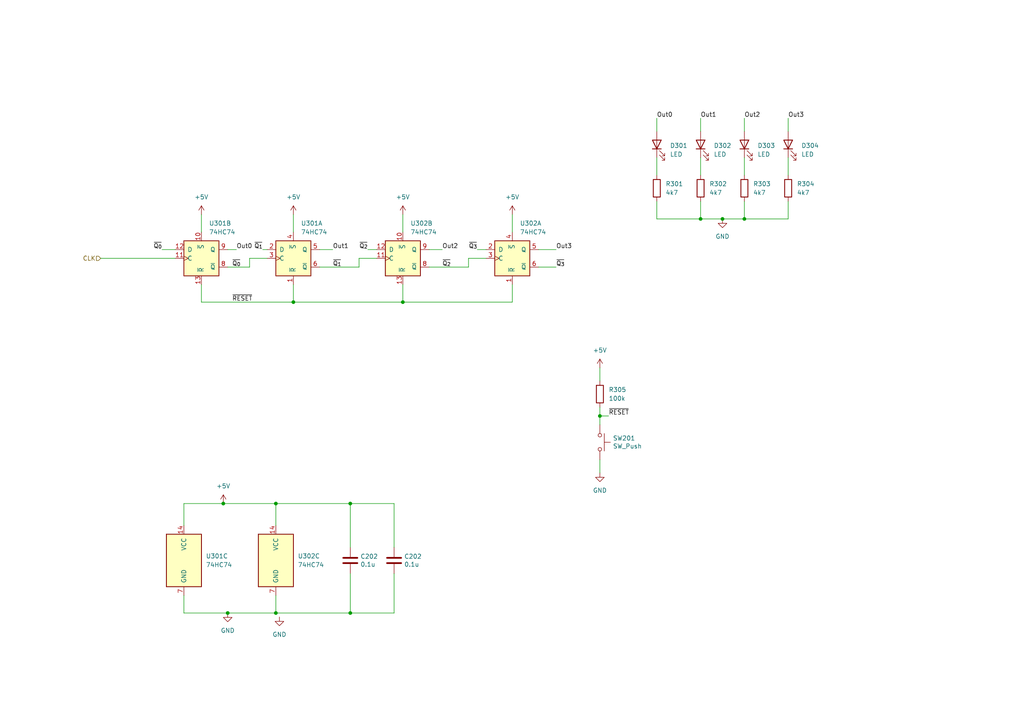
<source format=kicad_sch>
(kicad_sch (version 20230121) (generator eeschema)
  (paper "A4")
  (lib_symbols
    (symbol "74xx:74HC74" (pin_names (offset 1.016))
      (property "Reference" "U" (at -7.62 8.89 0))
      (property "Value" "74HC74" (at -7.62 -8.89 0))
      (symbol "74HC74_1_0"
        (pin input line (at 0 -7.62 90) (length 2.54) (name "~{R}") (number "1"))
        (pin input line (at -7.62 2.54 0) (length 2.54) (name "D") (number "2"))
        (pin input clock (at -7.62 0 0) (length 2.54) (name "C") (number "3"))
        (pin input line (at 0 7.62 270) (length 2.54) (name "~{S}") (number "4"))
        (pin output line (at 7.62 2.54 180) (length 2.54) (name "Q") (number "5"))
        (pin output line (at 7.62 -2.54 180) (length 2.54) (name "~{Q}") (number "6"))
      )
      (symbol "74HC74_1_1"
        (rectangle (start -5.08 5.08) (end 5.08 -5.08) (stroke (width 0.254)) (fill (type background)))
      )
      (symbol "74HC74_2_0"
        (pin input line (at 0 7.62 270) (length 2.54) (name "~{S}") (number "10"))
        (pin input clock (at -7.62 0 0) (length 2.54) (name "C") (number "11"))
        (pin input line (at -7.62 2.54 0) (length 2.54) (name "D") (number "12"))
        (pin input line (at 0 -7.62 90) (length 2.54) (name "~{R}") (number "13"))
        (pin output line (at 7.62 -2.54 180) (length 2.54) (name "~{Q}") (number "8"))
        (pin output line (at 7.62 2.54 180) (length 2.54) (name "Q") (number "9"))
      )
      (symbol "74HC74_2_1"
        (rectangle (start -5.08 5.08) (end 5.08 -5.08) (stroke (width 0.254)) (fill (type background)))
      )
      (symbol "74HC74_3_0"
        (pin power_in line (at 0 10.16 270) (length 2.54) (name "VCC") (number "14"))
        (pin power_in line (at 0 -10.16 90) (length 2.54) (name "GND") (number "7"))
      )
      (symbol "74HC74_3_1"
        (rectangle (start -5.08 7.62) (end 5.08 -7.62) (stroke (width 0.254)) (fill (type background)))
      )
    )
    (symbol "Device:C" (pin_numbers hide) (pin_names (offset 0.254))
      (property "Reference" "C" (at 0.635 2.54 0))
      (property "Value" "C" (at 0.635 -2.54 0))
      (symbol "C_0_1"
        (polyline (pts (xy -2.032 -0.762) (xy 2.032 -0.762)) (stroke (width 0.508)))
        (polyline (pts (xy -2.032 0.762) (xy 2.032 0.762)) (stroke (width 0.508)))
      )
      (symbol "C_1_1"
        (pin passive line (at 0 3.81 270) (length 2.794) (name "~") (number "1"))
        (pin passive line (at 0 -3.81 90) (length 2.794) (name "~") (number "2"))
      )
    )
    (symbol "Device:LED" (pin_numbers hide) (pin_names (offset 1.016) hide)
      (property "Reference" "D" (at 0 2.54 0))
      (property "Value" "LED" (at 0 -2.54 0))
      (symbol "LED_0_1"
        (polyline (pts (xy -1.27 -1.27) (xy -1.27 1.27)) (stroke (width 0.254)))
        (polyline (pts (xy -1.27 0) (xy 1.27 0)))
        (polyline (pts (xy 1.27 -1.27) (xy 1.27 1.27) (xy -1.27 0) (xy 1.27 -1.27)) (stroke (width 0.254)))
        (polyline (pts (xy -3.048 -0.762) (xy -4.572 -2.286) (xy -3.81 -2.286) (xy -4.572 -2.286) (xy -4.572 -1.524)))
        (polyline (pts (xy -1.778 -0.762) (xy -3.302 -2.286) (xy -2.54 -2.286) (xy -3.302 -2.286) (xy -3.302 -1.524)))
      )
      (symbol "LED_1_1"
        (pin passive line (at -3.81 0 0) (length 2.54) (name "K") (number "1"))
        (pin passive line (at 3.81 0 180) (length 2.54) (name "A") (number "2"))
      )
    )
    (symbol "Device:R" (pin_numbers hide) (pin_names (offset 0))
      (property "Reference" "R" (at 2.032 0 90))
      (property "Value" "R" (at 0 0 90))
      (symbol "R_0_1"
        (rectangle (start -1.016 -2.54) (end 1.016 2.54) (stroke (width 0.254)))
      )
      (symbol "R_1_1"
        (pin passive line (at 0 3.81 270) (length 1.27) (name "~") (number "1"))
        (pin passive line (at 0 -3.81 90) (length 1.27) (name "~") (number "2"))
      )
    )
    (symbol "Switch:SW_Push" (pin_numbers hide) (pin_names (offset 1.016) hide)
      (property "Reference" "SW" (at 1.27 2.54 0))
      (property "Value" "SW_Push" (at 0 -1.524 0))
      (symbol "SW_Push_0_1"
        (circle (center -2.032 0) (radius 0.508))
        (polyline (pts (xy 0 1.27) (xy 0 3.048)))
        (polyline (pts (xy 2.54 1.27) (xy -2.54 1.27)))
        (circle (center 2.032 0) (radius 0.508))
        (pin passive line (at -5.08 0 0) (length 2.54) (name "1") (number "1"))
        (pin passive line (at 5.08 0 180) (length 2.54) (name "2") (number "2"))
      )
    )
    (symbol "power:+5V" (power) (pin_names (offset 0))
      (property "Value" "+5V" (at 0 3.556 0))
      (symbol "+5V_0_1"
        (polyline (pts (xy -0.762 1.27) (xy 0 2.54)))
        (polyline (pts (xy 0 0) (xy 0 2.54)))
        (polyline (pts (xy 0 2.54) (xy 0.762 1.27)))
      )
      (symbol "+5V_1_1"
        (pin power_in line (at 0 0 90) (length 0) hide (name "+5V") (number "1"))
      )
    )
    (symbol "power:GND" (power) (pin_names (offset 0))
      (property "Value" "GND" (at 0 -3.81 0))
      (symbol "GND_0_1"
        (polyline (pts (xy 0 0) (xy 0 -1.27) (xy 1.27 -1.27) (xy 0 -2.54) (xy -1.27 -1.27) (xy 0 -1.27)))
      )
      (symbol "GND_1_1"
        (pin power_in line (at 0 0 270) (length 0) hide (name "GND") (number "1"))
      )
    )
  )
  (junction (at 66.04 177.8))
  (junction (at 203.2 63.5))
  (junction (at 101.6 146.05))
  (junction (at 101.6 177.8))
  (junction (at 85.09 87.63))
  (junction (at 215.9 63.5))
  (junction (at 173.99 120.65))
  (junction (at 64.77 146.05))
  (junction (at 80.01 146.05))
  (junction (at 116.84 87.63))
  (junction (at 209.55 63.5))
  (junction (at 80.01 177.8))
  (wire (pts (xy 138.43 72.39) (xy 140.97 72.39)))
  (wire (pts (xy 53.34 152.4) (xy 53.34 146.05)))
  (wire (pts (xy 116.84 87.63) (xy 148.59 87.63)))
  (wire (pts (xy 215.9 58.42) (xy 215.9 63.5)))
  (wire (pts (xy 104.14 74.93) (xy 109.22 74.93)))
  (wire (pts (xy 203.2 63.5) (xy 209.55 63.5)))
  (wire (pts (xy 215.9 63.5) (xy 228.6 63.5)))
  (wire (pts (xy 173.99 106.68) (xy 173.99 110.49)))
  (wire (pts (xy 53.34 172.72) (xy 53.34 177.8)))
  (wire (pts (xy 80.01 177.8) (xy 101.6 177.8)))
  (wire (pts (xy 124.46 77.47) (xy 135.89 77.47)))
  (wire (pts (xy 114.3 146.05) (xy 114.3 158.75)))
  (wire (pts (xy 135.89 74.93) (xy 140.97 74.93)))
  (wire (pts (xy 85.09 82.55) (xy 85.09 87.63)))
  (wire (pts (xy 116.84 62.23) (xy 116.84 67.31)))
  (wire (pts (xy 104.14 77.47) (xy 104.14 74.93)))
  (wire (pts (xy 116.84 82.55) (xy 116.84 87.63)))
  (wire (pts (xy 173.99 118.11) (xy 173.99 120.65)))
  (wire (pts (xy 209.55 63.5) (xy 215.9 63.5)))
  (wire (pts (xy 156.21 77.47) (xy 161.29 77.47)))
  (wire (pts (xy 114.3 177.8) (xy 114.3 166.37)))
  (wire (pts (xy 190.5 58.42) (xy 190.5 63.5)))
  (wire (pts (xy 228.6 34.29) (xy 228.6 38.1)))
  (wire (pts (xy 148.59 62.23) (xy 148.59 67.31)))
  (wire (pts (xy 66.04 72.39) (xy 68.58 72.39)))
  (wire (pts (xy 64.77 146.05) (xy 80.01 146.05)))
  (wire (pts (xy 80.01 172.72) (xy 80.01 177.8)))
  (wire (pts (xy 190.5 45.72) (xy 190.5 50.8)))
  (wire (pts (xy 58.42 62.23) (xy 58.42 67.31)))
  (wire (pts (xy 135.89 77.47) (xy 135.89 74.93)))
  (wire (pts (xy 53.34 146.05) (xy 64.77 146.05)))
  (wire (pts (xy 173.99 120.65) (xy 173.99 123.19)))
  (wire (pts (xy 190.5 63.5) (xy 203.2 63.5)))
  (wire (pts (xy 228.6 58.42) (xy 228.6 63.5)))
  (wire (pts (xy 215.9 34.29) (xy 215.9 38.1)))
  (wire (pts (xy 190.5 34.29) (xy 190.5 38.1)))
  (wire (pts (xy 101.6 177.8) (xy 114.3 177.8)))
  (wire (pts (xy 101.6 166.37) (xy 101.6 177.8)))
  (wire (pts (xy 148.59 87.63) (xy 148.59 82.55)))
  (wire (pts (xy 72.39 74.93) (xy 77.47 74.93)))
  (wire (pts (xy 203.2 58.42) (xy 203.2 63.5)))
  (wire (pts (xy 80.01 146.05) (xy 101.6 146.05)))
  (wire (pts (xy 66.04 177.8) (xy 80.01 177.8)))
  (wire (pts (xy 92.71 72.39) (xy 96.52 72.39)))
  (wire (pts (xy 203.2 34.29) (xy 203.2 38.1)))
  (wire (pts (xy 58.42 87.63) (xy 85.09 87.63)))
  (wire (pts (xy 173.99 133.35) (xy 173.99 137.16)))
  (wire (pts (xy 92.71 77.47) (xy 104.14 77.47)))
  (wire (pts (xy 72.39 77.47) (xy 72.39 74.93)))
  (wire (pts (xy 173.99 120.65) (xy 176.53 120.65)))
  (wire (pts (xy 46.99 72.39) (xy 50.8 72.39)))
  (wire (pts (xy 76.2 72.39) (xy 77.47 72.39)))
  (wire (pts (xy 124.46 72.39) (xy 128.27 72.39)))
  (wire (pts (xy 53.34 177.8) (xy 66.04 177.8)))
  (wire (pts (xy 215.9 45.72) (xy 215.9 50.8)))
  (wire (pts (xy 29.21 74.93) (xy 50.8 74.93)))
  (wire (pts (xy 203.2 45.72) (xy 203.2 50.8)))
  (wire (pts (xy 106.68 72.39) (xy 109.22 72.39)))
  (wire (pts (xy 85.09 87.63) (xy 116.84 87.63)))
  (wire (pts (xy 156.21 72.39) (xy 161.29 72.39)))
  (wire (pts (xy 228.6 45.72) (xy 228.6 50.8)))
  (wire (pts (xy 66.04 77.47) (xy 72.39 77.47)))
  (wire (pts (xy 101.6 146.05) (xy 114.3 146.05)))
  (wire (pts (xy 85.09 62.23) (xy 85.09 67.31)))
  (wire (pts (xy 58.42 82.55) (xy 58.42 87.63)))
  (wire (pts (xy 80.01 146.05) (xy 80.01 152.4)))
  (wire (pts (xy 101.6 146.05) (xy 101.6 158.75)))
  (label "~{Q_{1}}" (at 96.52 77.47 0))
  (label "~{Q_{3}}" (at 138.43 72.39 180))
  (label "Out0" (at 190.5 34.29 0))
  (label "Out3" (at 161.29 72.39 0))
  (label "~{Q_{2}}" (at 128.27 77.47 0))
  (label "~{Q_{1}}" (at 76.2 72.39 180))
  (label "~{RESET}" (at 176.53 120.65 0))
  (label "Out1" (at 96.52 72.39 0))
  (label "~{RESET}" (at 67.31 87.63 0))
  (label "Out3" (at 228.6 34.29 0))
  (label "~{Q_{0}}" (at 67.31 77.47 0))
  (label "~{Q_{3}}" (at 161.29 77.47 0))
  (label "Out0" (at 68.58 72.39 0))
  (label "~{Q_{2}}" (at 106.68 72.39 180))
  (label "Out2" (at 128.27 72.39 0))
  (label "~{Q_{0}}" (at 46.99 72.39 180))
  (label "Out2" (at 215.9 34.29 0))
  (label "Out1" (at 203.2 34.29 0))
  (hierarchical_label "CLK" (shape input) (at 29.21 74.93 180))
  (symbol (lib_id "power:+5V") (at 58.42 62.23 0) (unit 1)
    (property "Reference" "#PWR0301" (effects hide))
    (property "Value" "+5V" (at 58.42 57.15 0))
  )
  (symbol (lib_id "power:GND") (at 173.99 137.16 0) (unit 1)
    (property "Reference" "#PWR0310" (effects hide))
    (property "Value" "GND" (at 173.99 142.24 0))
  )
  (symbol (lib_id "power:GND") (at 81.046 178.9498 0) (unit 1)
    (property "Reference" "#PWR0308" (effects hide))
    (property "Value" "GND" (at 81.046 184.0298 0))
  )
  (symbol (lib_id "74xx:74HC74") (at 85.09 74.93 0) (unit 1)
    (property "Reference" "U301" (at 87.2841 64.77 0) (effects (justify left)))
    (property "Value" "74HC74" (at 87.2841 67.31 0) (effects (justify left)))
    (property "Footprint" "Package_DIP:DIP-14_W7.62mm_Socket" (effects hide))
    (property "Datasheet" "74xx/74hc_hct74.pdf" (effects hide))
  )
  (symbol (lib_id "Switch:SW_Push") (at 173.99 128.27 270) (unit 1)
    (property "Reference" "SW201" (at 177.7492 127.1016 90) (effects (justify left)))
    (property "Value" "SW_Push" (at 177.7492 129.413 90) (effects (justify left)))
    (property "Footprint" "Button_Switch_THT:SW_PUSH_6mm_H4.3mm" (effects hide))
    (instances (project "Binary Flip Flop Counter" (path "" (reference "SW201") (unit 1)) (path "" (reference "SW301") (unit 1))) (project "Johnson Counter" (path "" (reference "SW601") (unit 1))))
  )
  (symbol (lib_id "Device:R") (at 173.99 114.3 0) (unit 1)
    (property "Reference" "R305" (at 176.53 113.03 0) (effects (justify left)))
    (property "Value" "100k" (at 176.53 115.57 0) (effects (justify left)))
    (property "Footprint" "Resistor_THT:R_Axial_DIN0207_L6.3mm_D2.5mm_P7.62mm_Horizontal" (effects hide))
  )
  (symbol (lib_id "74xx:74HC74") (at 116.84 74.93 0) (unit 2)
    (property "Reference" "U302" (at 119.0341 64.77 0) (effects (justify left)))
    (property "Value" "74HC74" (at 119.0341 67.31 0) (effects (justify left)))
    (property "Footprint" "Package_DIP:DIP-14_W7.62mm_Socket" (effects hide))
    (property "Datasheet" "74xx/74hc_hct74.pdf" (effects hide))
  )
  (symbol (lib_id "Device:R") (at 228.6 54.61 0) (unit 1)
    (property "Reference" "R304" (at 231.14 53.34 0) (effects (justify left)))
    (property "Value" "4k7" (at 231.14 55.88 0) (effects (justify left)))
    (property "Footprint" "Resistor_THT:R_Axial_DIN0207_L6.3mm_D2.5mm_P7.62mm_Horizontal" (effects hide))
  )
  (symbol (lib_id "Device:LED") (at 190.5 41.91 90) (unit 1)
    (property "Reference" "D301" (at 194.31 42.2275 90) (effects (justify right)))
    (property "Value" "LED" (at 194.31 44.7675 90) (effects (justify right)))
    (property "Footprint" "LED_THT:LED_D5.0mm" (effects hide))
  )
  (symbol (lib_id "74xx:74HC74") (at 80.01 162.56 0) (unit 3)
    (property "Reference" "U302" (at 86.36 161.29 0) (effects (justify left)))
    (property "Value" "74HC74" (at 86.36 163.83 0) (effects (justify left)))
    (property "Footprint" "Package_DIP:DIP-14_W7.62mm_Socket" (effects hide))
    (property "Datasheet" "74xx/74hc_hct74.pdf" (effects hide))
  )
  (symbol (lib_id "74xx:74HC74") (at 58.42 74.93 0) (unit 2)
    (property "Reference" "U301" (at 60.6141 64.77 0) (effects (justify left)))
    (property "Value" "74HC74" (at 60.6141 67.31 0) (effects (justify left)))
    (property "Footprint" "Package_DIP:DIP-14_W7.62mm_Socket" (effects hide))
    (property "Datasheet" "74xx/74hc_hct74.pdf" (effects hide))
  )
  (symbol (lib_id "power:+5V") (at 116.84 62.23 0) (unit 1)
    (property "Reference" "#PWR0303" (effects hide))
    (property "Value" "+5V" (at 116.84 57.15 0))
  )
  (symbol (lib_id "Device:C") (at 101.6 162.56 0) (unit 1)
    (property "Reference" "C202" (at 104.521 161.3916 0) (effects (justify left)))
    (property "Value" "0.1u" (at 104.521 163.703 0) (effects (justify left)))
    (property "Footprint" "Capacitor_THT:C_Disc_D4.7mm_W2.5mm_P5.00mm" (effects hide))
    (instances (project "Binary Flip Flop Counter" (path "" (reference "C202") (unit 1)) (path "" (reference "C301") (unit 1))) (project "Johnson Counter" (path "" (reference "C602") (unit 1))))
  )
  (symbol (lib_id "Device:LED") (at 203.2 41.91 90) (unit 1)
    (property "Reference" "D302" (at 207.01 42.2275 90) (effects (justify right)))
    (property "Value" "LED" (at 207.01 44.7675 90) (effects (justify right)))
    (property "Footprint" "LED_THT:LED_D5.0mm" (effects hide))
  )
  (symbol (lib_id "Device:LED") (at 215.9 41.91 90) (unit 1)
    (property "Reference" "D303" (at 219.71 42.2275 90) (effects (justify right)))
    (property "Value" "LED" (at 219.71 44.7675 90) (effects (justify right)))
    (property "Footprint" "LED_THT:LED_D5.0mm" (effects hide))
  )
  (symbol (lib_id "power:+5V") (at 85.09 62.23 0) (unit 1)
    (property "Reference" "#PWR0302" (effects hide))
    (property "Value" "+5V" (at 85.09 57.15 0))
  )
  (symbol (lib_id "power:+5V") (at 64.77 146.05 0) (unit 1)
    (property "Reference" "#PWR0306" (effects hide))
    (property "Value" "+5V" (at 64.77 140.97 0))
  )
  (symbol (lib_id "Device:LED") (at 228.6 41.91 90) (unit 1)
    (property "Reference" "D304" (at 232.41 42.2275 90) (effects (justify right)))
    (property "Value" "LED" (at 232.41 44.7675 90) (effects (justify right)))
    (property "Footprint" "LED_THT:LED_D5.0mm" (effects hide))
  )
  (symbol (lib_id "Device:R") (at 203.2 54.61 0) (unit 1)
    (property "Reference" "R302" (at 205.74 53.34 0) (effects (justify left)))
    (property "Value" "4k7" (at 205.74 55.88 0) (effects (justify left)))
    (property "Footprint" "Resistor_THT:R_Axial_DIN0207_L6.3mm_D2.5mm_P7.62mm_Horizontal" (effects hide))
  )
  (symbol (lib_id "74xx:74HC74") (at 148.59 74.93 0) (unit 1)
    (property "Reference" "U302" (at 150.7841 64.77 0) (effects (justify left)))
    (property "Value" "74HC74" (at 150.7841 67.31 0) (effects (justify left)))
    (property "Footprint" "Package_DIP:DIP-14_W7.62mm_Socket" (effects hide))
    (property "Datasheet" "74xx/74hc_hct74.pdf" (effects hide))
  )
  (symbol (lib_id "power:GND") (at 66.04 177.8 0) (unit 1)
    (property "Reference" "#PWR0307" (effects hide))
    (property "Value" "GND" (at 66.04 182.88 0))
  )
  (symbol (lib_id "Device:R") (at 215.9 54.61 0) (unit 1)
    (property "Reference" "R303" (at 218.44 53.34 0) (effects (justify left)))
    (property "Value" "4k7" (at 218.44 55.88 0) (effects (justify left)))
    (property "Footprint" "Resistor_THT:R_Axial_DIN0207_L6.3mm_D2.5mm_P7.62mm_Horizontal" (effects hide))
  )
  (symbol (lib_id "74xx:74HC74") (at 53.34 162.56 0) (unit 3)
    (property "Reference" "U301" (at 59.69 161.29 0) (effects (justify left)))
    (property "Value" "74HC74" (at 59.69 163.83 0) (effects (justify left)))
    (property "Footprint" "Package_DIP:DIP-14_W7.62mm_Socket" (effects hide))
    (property "Datasheet" "74xx/74hc_hct74.pdf" (effects hide))
  )
  (symbol (lib_id "Device:R") (at 190.5 54.61 0) (unit 1)
    (property "Reference" "R301" (at 193.04 53.34 0) (effects (justify left)))
    (property "Value" "4k7" (at 193.04 55.88 0) (effects (justify left)))
    (property "Footprint" "Resistor_THT:R_Axial_DIN0207_L6.3mm_D2.5mm_P7.62mm_Horizontal" (effects hide))
  )
  (symbol (lib_id "Device:C") (at 114.3 162.56 0) (unit 1)
    (property "Reference" "C202" (at 117.221 161.3916 0) (effects (justify left)))
    (property "Value" "0.1u" (at 117.221 163.703 0) (effects (justify left)))
    (property "Footprint" "Capacitor_THT:C_Disc_D4.7mm_W2.5mm_P5.00mm" (effects hide))
    (instances (project "Binary Flip Flop Counter" (path "" (reference "C202") (unit 1)) (path "" (reference "C302") (unit 1))) (project "Johnson Counter" (path "" (reference "C602") (unit 1))))
  )
  (symbol (lib_id "power:+5V") (at 173.99 106.68 0) (unit 1)
    (property "Reference" "#PWR0309" (effects hide))
    (property "Value" "+5V" (at 173.99 101.6 0))
  )
  (symbol (lib_id "power:GND") (at 209.55 63.5 0) (unit 1)
    (property "Reference" "#PWR0305" (effects hide))
    (property "Value" "GND" (at 209.55 68.58 0))
  )
  (symbol (lib_id "power:+5V") (at 148.59 62.23 0) (unit 1)
    (property "Reference" "#PWR0304" (effects hide))
    (property "Value" "+5V" (at 148.59 57.15 0))
  )
)
</source>
